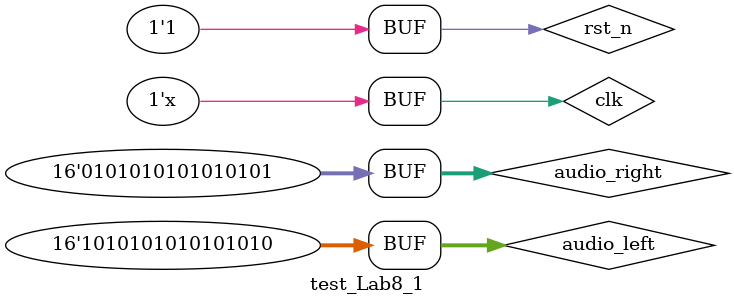
<source format=v>
`timescale 1ns / 1ps

module test_Lab8_1;
wire audio_mclk, audio_lrck, audio_sck, audio_stdin;
reg [15:0] audio_left, audio_right;
reg clk, rst_n;

speaker_control Ut0(
    .audio_mclk(audio_mclk),
    .audio_lrck(audio_lrck),
    .audio_sck(audio_sck),
    .audio_stdin(audio_stdin),
    .audio_left(audio_left),
    .audio_right(audio_right),
    .clk(clk),
    .rst_n(rst_n)
);

initial
begin
    audio_left = 16'b1010101010101010;
    audio_right = 16'b0101010101010101;
    clk = 0;
    rst_n = 0;
    #150 rst_n = 1;
end

always
    #50 clk = ~clk;
    
endmodule
</source>
